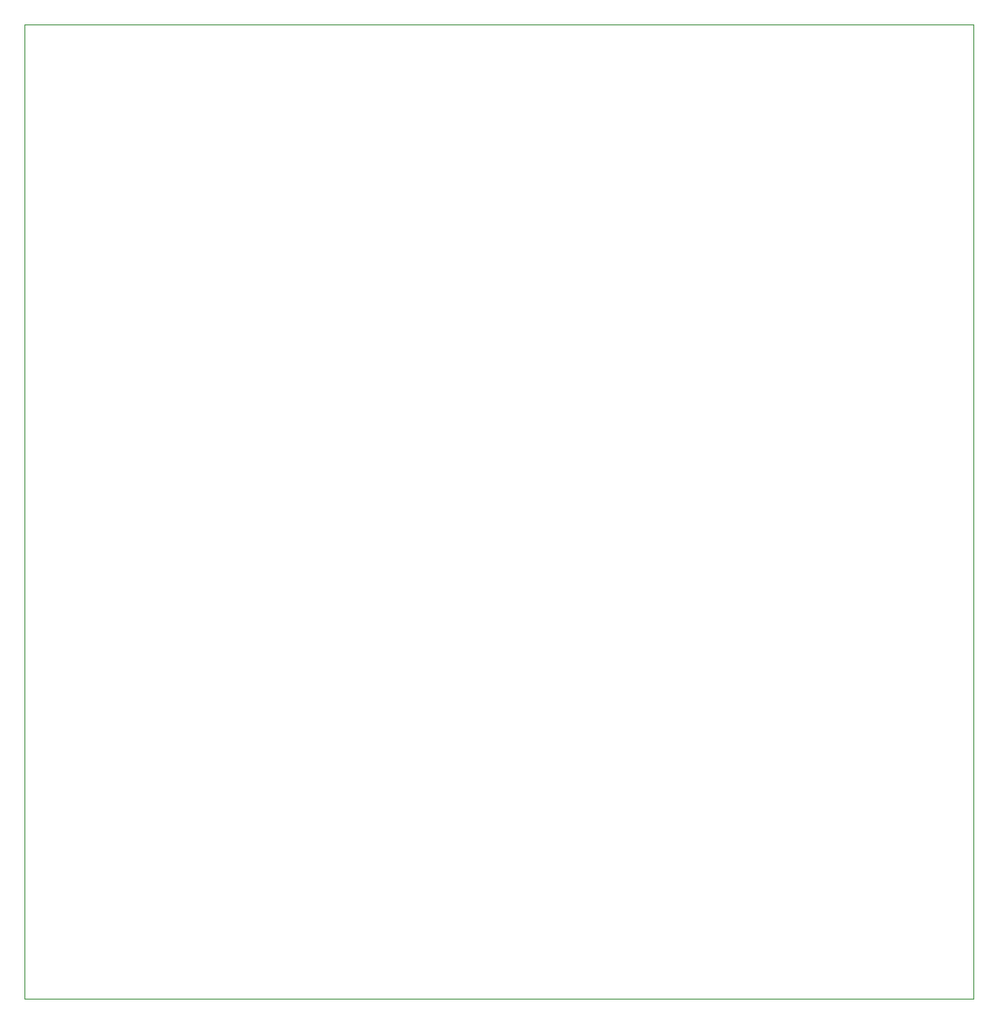
<source format=gbr>
%TF.GenerationSoftware,KiCad,Pcbnew,(6.0.10-0)*%
%TF.CreationDate,2023-05-26T16:06:55-07:00*%
%TF.ProjectId,vectgen_V2,76656374-6765-46e5-9f56-322e6b696361,rev?*%
%TF.SameCoordinates,Original*%
%TF.FileFunction,Profile,NP*%
%FSLAX46Y46*%
G04 Gerber Fmt 4.6, Leading zero omitted, Abs format (unit mm)*
G04 Created by KiCad (PCBNEW (6.0.10-0)) date 2023-05-26 16:06:55*
%MOMM*%
%LPD*%
G01*
G04 APERTURE LIST*
%TA.AperFunction,Profile*%
%ADD10C,0.100000*%
%TD*%
G04 APERTURE END LIST*
D10*
X71120000Y-36830000D02*
X166370000Y-36830000D01*
X166370000Y-36830000D02*
X166370000Y-134620000D01*
X166370000Y-134620000D02*
X71120000Y-134620000D01*
X71120000Y-134620000D02*
X71120000Y-36830000D01*
M02*

</source>
